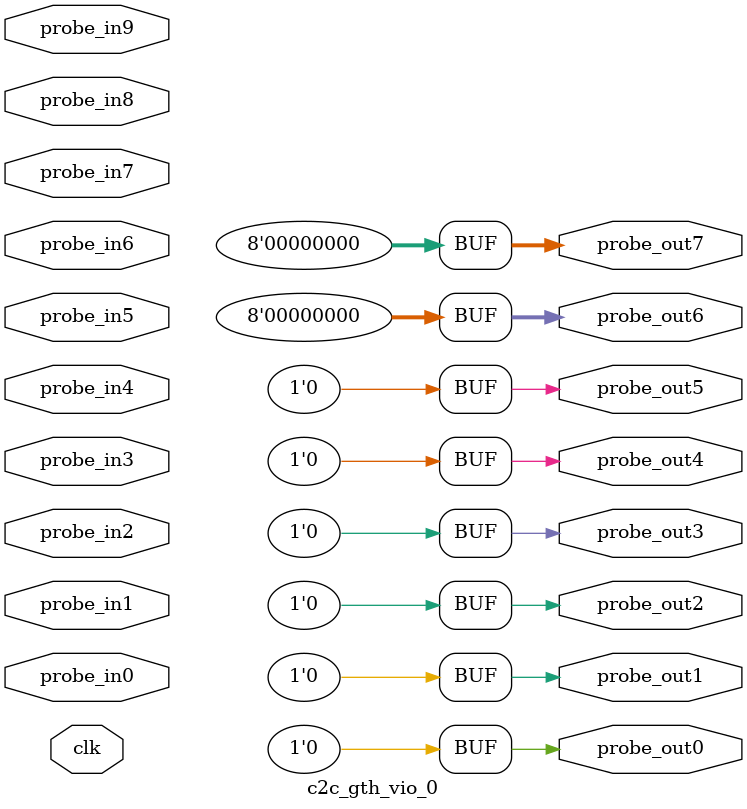
<source format=v>
`timescale 1ns / 1ps
module c2c_gth_vio_0 (
clk,
probe_in0,probe_in1,probe_in2,probe_in3,probe_in4,probe_in5,probe_in6,probe_in7,probe_in8,probe_in9,
probe_out0,
probe_out1,
probe_out2,
probe_out3,
probe_out4,
probe_out5,
probe_out6,
probe_out7
);

input clk;
input [0 : 0] probe_in0;
input [0 : 0] probe_in1;
input [0 : 0] probe_in2;
input [3 : 0] probe_in3;
input [1 : 0] probe_in4;
input [1 : 0] probe_in5;
input [1 : 0] probe_in6;
input [0 : 0] probe_in7;
input [0 : 0] probe_in8;
input [1 : 0] probe_in9;

output reg [0 : 0] probe_out0 = 'h0 ;
output reg [0 : 0] probe_out1 = 'h0 ;
output reg [0 : 0] probe_out2 = 'h0 ;
output reg [0 : 0] probe_out3 = 'h0 ;
output reg [0 : 0] probe_out4 = 'h0 ;
output reg [0 : 0] probe_out5 = 'h0 ;
output reg [7 : 0] probe_out6 = 'h00 ;
output reg [7 : 0] probe_out7 = 'h00 ;


endmodule

</source>
